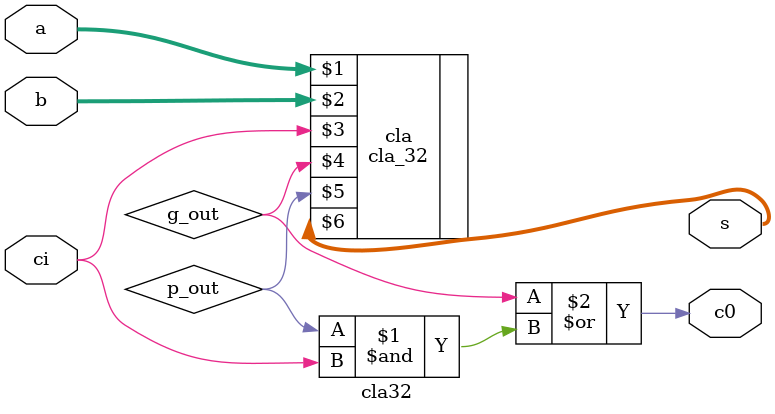
<source format=v>
`timescale 1ns / 1ps
module cla32(a, b, ci, s, c0);
	input [31:0] a, b;
	input ci;
	output [31:0] s;
	output c0;
	wire g_out, p_out;
	cla_32 cla(a, b, ci, g_out, p_out, s);
	assign c0 = g_out | p_out & ci;
endmodule
</source>
